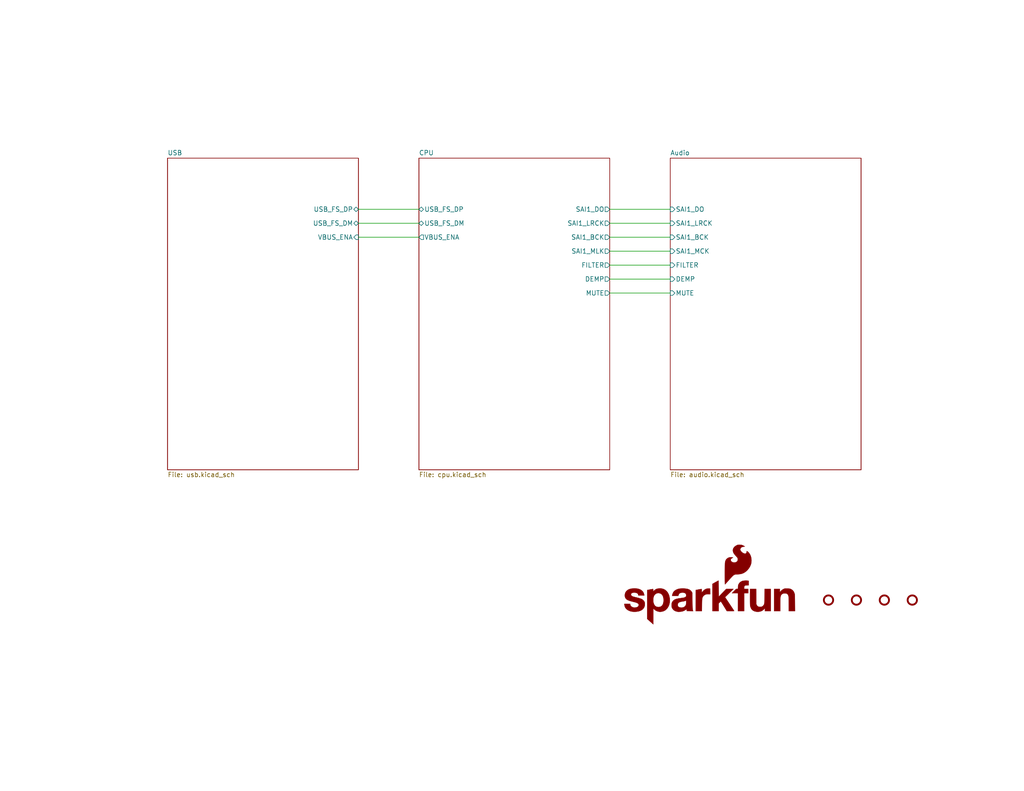
<source format=kicad_sch>
(kicad_sch (version 20230121) (generator eeschema)
  (paper "USLetter")
  (title_block (title "WAV Trigger Pro") (rev "1.0") (company "Robertsonics / SparkFun"))
  (lib_symbols
    (symbol "SparkFun-Aesthetic:SparkFun_Logo" (pin_names (offset 1.016)) (on_board no)
      (symbol "SparkFun_Logo_0_0"
        (polyline (pts (xy 9.9914 -0.5653) (xy 9.9914 1.8864) (xy 10.5553 1.8864) (xy 11.1192 1.8864) (xy 11.1192 2.4503) (xy 11.1192 3.0142) (xy 10.5553 3.0142) (xy 9.9914 3.0142) (xy 9.9914 3.3011) (xy 9.999 3.509) (xy 10.0407 3.731) (xy 10.1295 3.8844) (xy 10.2773 3.9804) (xy 10.4962 4.0299) (xy 10.7981 4.0439) (xy 11.2173 4.0439) (xy 11.2173 4.653) (xy 11.2173 5.262) (xy 10.8896 5.2971) (xy 10.7452 5.3092) (xy 10.388 5.3153) (xy 10.0298 5.2927) (xy 9.7029 5.244) (xy 9.4397 5.1721) (xy 9.3709 5.145) (xy 9.0136 4.9495) (xy 8.7292 4.6889) (xy 8.5163 4.3618) (xy 8.4624 4.2481) (xy 8.4055 4.1021) (xy 8.3698 3.9546) (xy 8.3484 3.7733) (xy 8.3342 3.5261) (xy 8.3114 3.0142) (xy 8.0596 3.0142) (xy 7.8078 3.0142) (xy 7.2455 2.4503) (xy 6.6832 1.8864) (xy 7.5037 1.8864) (xy 8.3242 1.8864) (xy 8.3242 -0.5653) (xy 8.3242 -3.0171) (xy 9.1578 -3.0171) (xy 9.9914 -3.0171) (xy 9.9914 -0.5653)) (stroke (width 0.01)) (fill (type outline)))
        (polyline (pts (xy 3.0285 -1.9736) (xy 3.0285 -0.93) (xy 3.3226 -0.639) (xy 3.3737 -0.5887) (xy 3.5033 -0.4676) (xy 3.5873 -0.4056) (xy 3.6418 -0.393) (xy 3.6831 -0.4199) (xy 3.6918 -0.4308) (xy 3.7489 -0.5154) (xy 3.8477 -0.669) (xy 3.9812 -0.8807) (xy 4.1424 -1.1396) (xy 4.3246 -1.4345) (xy 4.5208 -1.7544) (xy 5.292 -3.0171) (xy 6.295 -3.0171) (xy 6.4198 -3.017) (xy 6.7265 -3.0161) (xy 6.9509 -3.0132) (xy 7.1048 -3.0072) (xy 7.2 -2.997) (xy 7.2483 -2.9817) (xy 7.2616 -2.9601) (xy 7.2515 -2.9313) (xy 7.2311 -2.8984) (xy 7.1599 -2.7882) (xy 7.0441 -2.6113) (xy 6.8895 -2.3764) (xy 6.7017 -2.0922) (xy 6.4867 -1.7675) (xy 6.25 -1.4109) (xy 5.9975 -1.0312) (xy 4.7901 0.7831) (xy 5.932 1.8979) (xy 7.0739 3.0127) (xy 6.0855 3.0134) (xy 5.0972 3.0142) (xy 4.0751 1.955) (xy 3.053 0.8957) (xy 3.0285 3.1064) (xy 3.004 5.3171) (xy 2.1826 4.8682) (xy 1.3613 4.4193) (xy 1.3613 0.7011) (xy 1.3613 -3.0171) (xy 2.1949 -3.0171) (xy 3.0285 -3.0171) (xy 3.0285 -1.9736)) (stroke (width 0.01)) (fill (type outline)))
        (polyline (pts (xy -1.5198 -1.3622) (xy -1.5182 -1.2352) (xy -1.5112 -0.7678) (xy -1.5025 -0.3843) (xy -1.4904 -0.0733) (xy -1.4732 0.1768) (xy -1.4494 0.3772) (xy -1.4172 0.5396) (xy -1.375 0.6752) (xy -1.3211 0.7955) (xy -1.2539 0.9119) (xy -1.1717 1.036) (xy -1.0547 1.1824) (xy -0.8955 1.3165) (xy -0.6745 1.4451) (xy -0.5927 1.4867) (xy -0.4596 1.5485) (xy -0.3431 1.5863) (xy -0.2146 1.6056) (xy -0.0455 1.6119) (xy 0.1931 1.6107) (xy 0.7263 1.6046) (xy 0.7128 2.3707) (xy 0.6993 3.1368) (xy 0.258 3.1358) (xy 0.1788 3.1353) (xy -0.0281 3.1275) (xy -0.1864 3.1044) (xy -0.3338 3.0584) (xy -0.5081 2.9819) (xy -0.7617 2.8436) (xy -1.1205 2.5619) (xy -1.4156 2.2065) (xy -1.5808 1.9613) (xy -1.5808 2.4877) (xy -1.5837 2.7273) (xy -1.594 2.8937) (xy -1.613 2.9844) (xy -1.6421 3.0108) (xy -1.6647 3.0081) (xy -1.7733 2.9909) (xy -1.9508 2.9606) (xy -2.1788 2.9206) (xy -2.4389 2.8738) (xy -3.1744 2.7402) (xy -3.1871 -0.1384) (xy -3.1997 -3.0171) (xy -2.3702 -3.0171) (xy -1.5406 -3.0171) (xy -1.5198 -1.3622)) (stroke (width 0.01)) (fill (type outline)))
        (polyline (pts (xy 13.9921 -3.186) (xy 14.4456 -3.1021) (xy 14.8558 -2.9391) (xy 15.2144 -2.6998) (xy 15.5131 -2.3873) (xy 15.6795 -2.1694) (xy 15.6795 -2.5932) (xy 15.6795 -3.0171) (xy 16.464 -3.0171) (xy 17.2486 -3.0171) (xy 17.2486 -0.0014) (xy 17.2486 3.0142) (xy 16.4175 3.0142) (xy 15.5865 3.0142) (xy 15.5717 1.0405) (xy 15.5686 0.6438) (xy 15.5649 0.2221) (xy 15.5608 -0.1196) (xy 15.5557 -0.3912) (xy 15.549 -0.603) (xy 15.5402 -0.7648) (xy 15.5287 -0.8869) (xy 15.5139 -0.9792) (xy 15.4953 -1.0518) (xy 15.4722 -1.1148) (xy 15.444 -1.1783) (xy 15.4265 -1.2152) (xy 15.2618 -1.4792) (xy 15.064 -1.6799) (xy 14.8494 -1.7997) (xy 14.726 -1.8277) (xy 14.535 -1.8504) (xy 14.331 -1.859) (xy 14.2565 -1.8579) (xy 13.9642 -1.8238) (xy 13.7401 -1.7353) (xy 13.5681 -1.5834) (xy 13.432 -1.359) (xy 13.3013 -1.0802) (xy 13.287 0.967) (xy 13.2727 3.0142) (xy 12.4411 3.0142) (xy 11.6096 3.0142) (xy 11.6096 0.8155) (xy 11.6097 0.4433) (xy 11.6104 -0.0222) (xy 11.6121 -0.4066) (xy 11.6153 -0.7199) (xy 11.6202 -0.9724) (xy 11.6272 -1.1739) (xy 11.6369 -1.3347) (xy 11.6495 -1.4647) (xy 11.6654 -1.574) (xy 11.685 -1.6727) (xy 11.7087 -1.7709) (xy 11.774 -1.9887) (xy 11.9475 -2.3651) (xy 12.1824 -2.6672) (xy 12.4826 -2.8987) (xy 12.8524 -3.0632) (xy 13.2957 -3.1642) (xy 13.5037 -3.1878) (xy 13.9921 -3.186)) (stroke (width 0.01)) (fill (type outline)))
        (polyline (pts (xy 19.8483 -1.2396) (xy 19.8497 -0.7013) (xy 19.8543 -0.2443) (xy 19.8631 0.1343) (xy 19.8771 0.4443) (xy 19.8974 0.6956) (xy 19.9249 0.8981) (xy 19.9609 1.0616) (xy 20.0061 1.1959) (xy 20.0619 1.3111) (xy 20.1291 1.4168) (xy 20.2698 1.5808) (xy 20.4853 1.7277) (xy 20.7548 1.8108) (xy 21.0932 1.8366) (xy 21.1724 1.8354) (xy 21.4656 1.8048) (xy 21.6886 1.7269) (xy 21.8578 1.5933) (xy 21.9898 1.3961) (xy 22.0074 1.3602) (xy 22.0553 1.2415) (xy 22.0947 1.1012) (xy 22.1265 0.9297) (xy 22.1515 0.7175) (xy 22.1704 0.455) (xy 22.1839 0.1327) (xy 22.1927 -0.2589) (xy 22.1977 -0.7295) (xy 22.1996 -1.2886) (xy 22.2011 -3.0171) (xy 23.0386 -3.0171) (xy 23.8761 -3.0171) (xy 23.8549 -0.7983) (xy 23.8517 -0.4811) (xy 23.846 0.0106) (xy 23.8398 0.4192) (xy 23.8327 0.7539) (xy 23.8243 1.0245) (xy 23.8144 1.2403) (xy 23.8023 1.4109) (xy 23.7879 1.5457) (xy 23.7706 1.6543) (xy 23.7501 1.7461) (xy 23.7159 1.8664) (xy 23.5455 2.2638) (xy 23.3056 2.5945) (xy 22.9993 2.8549) (xy 22.6296 3.0415) (xy 22.5374 3.0722) (xy 22.3978 3.104) (xy 22.2281 3.1238) (xy 22.0058 3.1339) (xy 21.7082 3.1368) (xy 21.0437 3.1368) (xy 20.6693 2.9517) (xy 20.4981 2.8602) (xy 20.2503 2.6876) (xy 20.0221 2.4653) (xy 19.7493 2.1639) (xy 19.7493 2.589) (xy 19.7493 3.0142) (xy 18.9648 3.0142) (xy 18.1802 3.0142) (xy 18.1802 -0.0014) (xy 18.1802 -3.0171) (xy 19.0138 -3.0171) (xy 19.8474 -3.0171) (xy 19.8483 -1.2396)) (stroke (width 0.01)) (fill (type outline)))
        (polyline (pts (xy -14.7829 -4.45) (xy -14.7701 -2.2868) (xy -14.5421 -2.5306) (xy -14.2686 -2.7662) (xy -13.9128 -2.9703) (xy -13.5177 -3.1151) (xy -13.1088 -3.1913) (xy -12.7117 -3.1896) (xy -12.272 -3.1138) (xy -11.8863 -2.9853) (xy -11.5457 -2.7957) (xy -11.2282 -2.5354) (xy -10.9498 -2.225) (xy -10.6723 -1.7879) (xy -10.4661 -1.2958) (xy -10.3343 -0.7586) (xy -10.2799 -0.1862) (xy -10.3059 0.4117) (xy -10.3156 0.493) (xy -10.4273 1.0719) (xy -10.605 1.5894) (xy -10.8457 2.0415) (xy -11.1462 2.4241) (xy -11.5035 2.733) (xy -11.9143 2.9642) (xy -12.3756 3.1135) (xy -12.5683 3.1416) (xy -12.8467 3.1563) (xy -13.1616 3.152) (xy -13.1827 3.151) (xy -13.44 3.1342) (xy -13.6333 3.1073) (xy -13.7946 3.0643) (xy -13.9556 2.999) (xy -14.1871 2.8794) (xy -14.4594 2.6829) (xy -14.6853 2.4373) (xy -14.8202 2.2612) (xy -14.8202 2.6377) (xy -14.8203 2.6806) (xy -14.8278 2.8727) (xy -14.8476 2.9796) (xy -14.8815 3.0118) (xy -14.9041 3.0092) (xy -15.0128 2.9922) (xy -15.1903 2.9619) (xy -15.4182 2.9216) (xy -15.6783 2.8744) (xy -16.4138 2.7393) (xy -16.4227 -0.0792) (xy -14.8105 -0.0792) (xy -14.799 0.2714) (xy -14.7619 0.6055) (xy -14.7012 0.8834) (xy -14.5782 1.1846) (xy -14.3747 1.4798) (xy -14.1177 1.7043) (xy -13.8177 1.8514) (xy -13.4851 1.9145) (xy -13.1303 1.8868) (xy -13.0408 1.8654) (xy -12.7147 1.7291) (xy -12.4456 1.5148) (xy -12.2349 1.2248) (xy -12.084 0.8616) (xy -11.9944 0.4275) (xy -11.9674 -0.075) (xy -11.9935 -0.4965) (xy -12.0806 -0.9254) (xy -12.2284 -1.2792) (xy -12.4363 -1.557) (xy -12.7039 -1.7577) (xy -12.9288 -1.8546) (xy -13.2736 -1.9221) (xy -13.6237 -1.9064) (xy -13.9575 -1.8093) (xy -14.2535 -1.6324) (xy -14.3081 -1.5827) (xy -14.4565 -1.3893) (xy -14.5924 -1.1341) (xy -14.7032 -0.8434) (xy -14.7761 -0.5438) (xy -14.7943 -0.4069) (xy -14.8105 -0.0792) (xy -16.4227 -0.0792) (xy -16.4263 -1.2075) (xy -16.4389 -5.1544) (xy -15.6173 -5.8838) (xy -14.7956 -6.6131) (xy -14.7829 -4.45)) (stroke (width 0.01)) (fill (type outline)))
        (polyline (pts (xy -19.6402 -3.1843) (xy -19.3172 -3.1597) (xy -18.7711 -3.0643) (xy -18.2964 -2.9048) (xy -17.8946 -2.6818) (xy -17.567 -2.3958) (xy -17.3675 -2.142) (xy -17.2189 -1.8506) (xy -17.1343 -1.521) (xy -17.105 -1.1292) (xy -17.1052 -1.0366) (xy -17.1317 -0.7233) (xy -17.2071 -0.468) (xy -17.3423 -0.2443) (xy -17.5477 -0.0256) (xy -17.618 0.0365) (xy -17.7503 0.1378) (xy -17.8999 0.229) (xy -18.0779 0.3144) (xy -18.2957 0.3981) (xy -18.5646 0.4843) (xy -18.8958 0.5771) (xy -19.3006 0.6807) (xy -19.7904 0.7991) (xy -19.9273 0.8327) (xy -20.2521 0.9247) (xy -20.4949 1.0176) (xy -20.6676 1.1178) (xy -20.7818 1.2315) (xy -20.8493 1.365) (xy -20.862 1.4064) (xy -20.8787 1.5507) (xy -20.8354 1.7021) (xy -20.8083 1.7581) (xy -20.6962 1.8905) (xy -20.5265 1.979) (xy -20.2871 2.0282) (xy -19.9662 2.0428) (xy -19.6625 2.0255) (xy -19.3529 1.9561) (xy -19.12 1.8317) (xy -18.9596 1.6499) (xy -18.8677 1.4083) (xy -18.8332 1.2489) (xy -18.0459 1.2489) (xy -17.2586 1.2489) (xy -17.2896 1.4754) (xy -17.3763 1.8273) (xy -17.5546 2.183) (xy -17.8121 2.4941) (xy -18.1416 2.7539) (xy -18.536 2.9554) (xy -18.9881 3.0919) (xy -19.0353 3.1011) (xy -19.2998 3.1342) (xy -19.6236 3.1533) (xy -19.9756 3.1584) (xy -20.325 3.1494) (xy -20.6407 3.1265) (xy -20.8917 3.0896) (xy -21.1038 3.0379) (xy -21.5427 2.874) (xy -21.9053 2.6496) (xy -22.1908 2.365) (xy -22.3989 2.0205) (xy -22.4454 1.9041) (xy -22.525 1.5815) (xy -22.5494 1.2442) (xy -22.5178 0.9237) (xy -22.4296 0.6514) (xy -22.3384 0.4882) (xy -22.2183 0.3298) (xy -22.0684 0.1896) (xy -21.8792 0.0629) (xy -21.641 -0.0549) (xy -21.3442 -0.1685) (xy -20.9794 -0.2827) (xy -20.5367 -0.4021) (xy -20.0067 -0.5314) (xy -19.981 -0.5375) (xy -19.5634 -0.651) (xy -19.2384 -0.7717) (xy -19.001 -0.9033) (xy -18.8462 -1.0491) (xy -18.7688 -1.2128) (xy -18.7638 -1.3978) (xy -18.825 -1.5953) (xy -18.974 -1.7921) (xy -19.1985 -1.938) (xy -19.4915 -2.0288) (xy -19.8462 -2.0603) (xy -20.0416 -2.0565) (xy -20.2111 -2.0368) (xy -20.3609 -1.9922) (xy -20.5327 -1.9137) (xy -20.5817 -1.8883) (xy -20.8322 -1.7125) (xy -20.9959 -1.5001) (xy -21.0791 -1.2434) (xy -21.1091 -1.0557) (xy -21.8942 -1.0557) (xy -22.6793 -1.0557) (xy -22.6529 -1.347) (xy -22.5797 -1.7138) (xy -22.4167 -2.0751) (xy -22.1719 -2.3943) (xy -21.8507 -2.6671) (xy -21.4587 -2.8888) (xy -21.0012 -3.0548) (xy -20.4837 -3.1606) (xy -20.4058 -3.1694) (xy -20.1707 -3.1842) (xy -19.9008 -3.1896) (xy -19.6402 -3.1843)) (stroke (width 0.01)) (fill (type outline)))
        (polyline (pts (xy -7.6032 -3.1846) (xy -7.3276 -3.1615) (xy -7.0683 -3.1278) (xy -6.8588 -3.086) (xy -6.8292 -3.0782) (xy -6.3542 -2.899) (xy -5.9204 -2.6324) (xy -5.7242 -2.4845) (xy -5.6752 -2.7385) (xy -5.6261 -2.9926) (xy -4.7766 -3.006) (xy -3.9271 -3.0194) (xy -3.9629 -2.9079) (xy -3.9642 -2.9036) (xy -4.0031 -2.7753) (xy -4.0462 -2.6248) (xy -4.0538 -2.573) (xy -4.0648 -2.4246) (xy -4.0761 -2.1969) (xy -4.0874 -1.9006) (xy -4.0982 -1.5466) (xy -4.1082 -1.1457) (xy -4.1171 -0.7088) (xy -4.1245 -0.2466) (xy -4.1551 1.96) (xy -4.2997 2.221) (xy -4.3959 2.3729) (xy -4.6352 2.632) (xy -4.9426 2.8374) (xy -5.3218 2.9907) (xy -5.7764 3.0929) (xy -6.3098 3.1454) (xy -6.9256 3.1494) (xy -7.0734 3.1445) (xy -7.3522 3.1317) (xy -7.5683 3.1136) (xy -7.7461 3.0872) (xy -7.9104 3.0491) (xy -8.0856 2.9961) (xy -8.1289 2.9815) (xy -8.4559 2.846) (xy -8.7606 2.6772) (xy -9.018 2.4908) (xy -9.2032 2.3021) (xy -9.2616 2.2196) (xy -9.4127 1.9499) (xy -9.5321 1.656) (xy -9.6 1.3838) (xy -9.6336 1.1509) (xy -8.8003 1.1509) (xy -7.9669 1.1509) (xy -7.9124 1.3674) (xy -7.828 1.5933) (xy -7.6734 1.795) (xy -7.4525 1.9346) (xy -7.1597 2.0154) (xy -6.7894 2.0408) (xy -6.7511 2.0405) (xy -6.4153 2.0105) (xy -6.1593 1.9293) (xy -5.977 1.7925) (xy -5.8622 1.5957) (xy -5.809 1.3345) (xy -5.8043 1.2707) (xy -5.8062 1.1276) (xy -5.8408 1.0236) (xy -5.9194 0.9158) (xy -5.9754 0.8572) (xy -6.0737 0.7854) (xy -6.2048 0.7246) (xy -6.3819 0.6709) (xy -6.6177 0.6208) (xy -6.9254 0.5704) (xy -7.3178 0.5162) (xy -7.3686 0.5095) (xy -7.8463 0.4393) (xy -8.2399 0.3652) (xy -8.5624 0.2824) (xy -8.8264 0.1865) (xy -9.0448 0.0728) (xy -9.2304 -0.0632) (xy -9.396 -0.226) (xy -9.4095 -0.2411) (xy -9.5903 -0.4853) (xy -9.709 -0.7478) (xy -9.7734 -1.0525) (xy -9.7822 -1.2331) (xy -8.131 -1.2331) (xy -8.0731 -0.9921) (xy -7.9457 -0.7826) (xy -7.9028 -0.7387) (xy -7.7303 -0.62) (xy -7.4874 -0.521) (xy -7.1649 -0.4385) (xy -6.7539 -0.3694) (xy -6.6921 -0.3603) (xy -6.4549 -0.3174) (xy -6.233 -0.2663) (xy -6.0675 -0.2162) (xy -5.9709 -0.1805) (xy -5.8562 -0.1399) (xy -5.8039 -0.1241) (xy -5.7987 -0.1613) (xy -5.7973 -0.2784) (xy -5.8003 -0.4564) (xy -5.8076 -0.6757) (xy -5.8086 -0.7017) (xy -5.8242 -0.9677) (xy -5.8473 -1.1611) (xy -5.8819 -1.3052) (xy -5.9318 -1.4234) (xy -6.0091 -1.553) (xy -6.2295 -1.7973) (xy -6.5031 -1.9636) (xy -6.6487 -2.0127) (xy -6.9284 -2.0605) (xy -7.2235 -2.0647) (xy -7.5071 -2.0275) (xy -7.7525 -1.9513) (xy -7.9327 -1.8384) (xy -8.0397 -1.7009) (xy -8.1198 -1.4784) (xy -8.131 -1.2331) (xy -9.7822 -1.2331) (xy -9.7915 -1.4234) (xy -9.7864 -1.6358) (xy -9.7676 -1.8215) (xy -9.729 -1.9764) (xy -9.6639 -2.1367) (xy -9.5263 -2.3871) (xy -9.2792 -2.6826) (xy -8.967 -2.9114) (xy -8.5845 -3.0768) (xy -8.1269 -3.1821) (xy -8.0697 -3.1887) (xy -7.8617 -3.1945) (xy -7.6032 -3.1846)) (stroke (width 0.01)) (fill (type outline)))
        (polyline (pts (xy 4.7918 4.2981) (xy 4.8444 4.3454) (xy 4.9455 4.4513) (xy 5.0814 4.6009) (xy 5.2382 4.7794) (xy 5.2813 4.8292) (xy 5.5582 5.1455) (xy 5.8372 5.4593) (xy 6.1089 5.7602) (xy 6.3639 6.0382) (xy 6.5927 6.2828) (xy 6.7858 6.484) (xy 6.9337 6.6313) (xy 7.0271 6.7147) (xy 7.1826 6.8248) (xy 7.3748 6.9278) (xy 7.5803 6.9916) (xy 7.8269 7.0243) (xy 8.1424 7.034) (xy 8.2934 7.0362) (xy 8.8867 7.0885) (xy 9.4216 7.2133) (xy 9.9085 7.4146) (xy 10.3578 7.6964) (xy 10.7799 8.0628) (xy 10.8479 8.1317) (xy 11.2608 8.6166) (xy 11.5827 9.1273) (xy 11.8183 9.671) (xy 11.8707 9.8389) (xy 11.9714 10.3468) (xy 11.9976 10.872) (xy 11.9519 11.3957) (xy 11.8367 11.8994) (xy 11.6545 12.3644) (xy 11.4078 12.7721) (xy 11.4061 12.7743) (xy 11.2693 12.9384) (xy 11.1136 13.0967) (xy 10.9591 13.2315) (xy 10.826 13.3253) (xy 10.7344 13.3605) (xy 10.7214 13.3561) (xy 10.6896 13.285) (xy 10.6779 13.1426) (xy 10.6624 12.9877) (xy 10.5825 12.8045) (xy 10.4404 12.6916) (xy 10.2426 12.6562) (xy 10.2289 12.6567) (xy 9.9845 12.7081) (xy 9.7233 12.8285) (xy 9.468 13.0002) (xy 9.2412 13.2058) (xy 9.0655 13.4277) (xy 8.9634 13.6484) (xy 8.9353 13.791) (xy 8.9467 13.9149) (xy 9.0044 14.0685) (xy 9.0928 14.2252) (xy 9.2766 14.4052) (xy 9.5268 14.5206) (xy 9.8503 14.5754) (xy 10.1994 14.6004) (xy 9.9404 14.7637) (xy 9.7214 14.8901) (xy 9.4231 15.0142) (xy 9.1088 15.0809) (xy 8.741 15.101) (xy 8.6529 15.1007) (xy 8.45 15.0933) (xy 8.2952 15.0706) (xy 8.1512 15.0251) (xy 7.981 14.9494) (xy 7.7095 14.8008) (xy 7.3844 14.5515) (xy 7.1447 14.2683) (xy 6.9929 13.9568) (xy 6.9316 13.6227) (xy 6.9631 13.2719) (xy 7.0901 12.9099) (xy 7.2107 12.6979) (xy 7.4103 12.428) (xy 7.6837 12.1187) (xy 7.6936 12.1082) (xy 7.8666 11.9183) (xy 8.0201 11.7396) (xy 8.1377 11.5917) (xy 8.2032 11.4943) (xy 8.2349 11.4228) (xy 8.2851 11.1797) (xy 8.2672 10.9259) (xy 8.1864 10.6923) (xy 8.0473 10.5101) (xy 7.9616 10.4423) (xy 7.6879 10.3009) (xy 7.3884 10.2367) (xy 7.0847 10.2498) (xy 6.7982 10.3401) (xy 6.5504 10.5078) (xy 6.4899 10.5691) (xy 6.3589 10.77) (xy 6.3233 10.9714) (xy 6.3817 11.1663) (xy 6.5323 11.3474) (xy 6.7736 11.5076) (xy 6.9758 11.6118) (xy 6.8042 11.6573) (xy 6.78 11.6632) (xy 6.523 11.692) (xy 6.2258 11.6783) (xy 5.9298 11.6264) (xy 5.6761 11.5406) (xy 5.5471 11.4743) (xy 5.2575 11.259) (xy 5.0377 10.981) (xy 4.8846 10.6352) (xy 4.7948 10.2168) (xy 4.7892 10.1539) (xy 4.7806 9.9807) (xy 4.7727 9.7262) (xy 4.7655 9.4006) (xy 4.7592 9.0144) (xy 4.754 8.5777) (xy 4.75 8.1008) (xy 4.7473 7.5941) (xy 4.7462 7.0677) (xy 4.7462 6.9275) (xy 4.747 6.3537) (xy 4.7493 5.8387) (xy 4.7531 5.3881) (xy 4.7582 5.0075) (xy 4.7645 4.7025) (xy 4.7719 4.4787) (xy 4.7805 4.3418) (xy 4.79 4.2973) (xy 4.7918 4.2981)) (stroke (width 0.01)) (fill (type outline)))
      )
    )
    (symbol "SparkFun-Hardware:Standoff"
      (symbol "Standoff_1_1"
        (circle (center 0 0) (radius 1.27) (stroke (width 0.508)))
      )
    )
  )
  (wire (pts (xy 166.37 72.39) (xy 182.88 72.39)))
  (wire (pts (xy 97.79 60.96) (xy 114.3 60.96)))
  (wire (pts (xy 166.37 60.96) (xy 182.88 60.96)))
  (wire (pts (xy 97.79 64.77) (xy 114.3 64.77)))
  (wire (pts (xy 166.37 57.15) (xy 182.88 57.15)))
  (wire (pts (xy 97.79 57.15) (xy 114.3 57.15)))
  (wire (pts (xy 166.37 64.77) (xy 182.88 64.77)))
  (wire (pts (xy 166.37 76.2) (xy 182.88 76.2)))
  (wire (pts (xy 166.37 80.01) (xy 182.88 80.01)))
  (wire (pts (xy 166.37 68.58) (xy 182.88 68.58)))
  (symbol (lib_id "SparkFun-Aesthetic:SparkFun_Logo") (at 193.04 163.83 0) (unit 1) (on_board no)
    (property "Reference" "G1" (effects hide))
    (property "Value" "SparkFun_Logo" (effects hide))
  )
  (symbol (lib_id "SparkFun-Hardware:Standoff") (at 241.3 163.83 0) (unit 1)
    (property "Reference" "ST3" (effects hide))
    (property "Value" "Standoff" (effects hide))
    (property "Footprint" "SparkFun-Hardware:Standoff" (effects hide))
  )
  (symbol (lib_id "SparkFun-Hardware:Standoff") (at 226.06 163.83 0) (unit 1)
    (property "Reference" "ST1" (effects hide))
    (property "Value" "Standoff" (effects hide))
    (property "Footprint" "SparkFun-Hardware:Standoff" (effects hide))
  )
  (symbol (lib_id "SparkFun-Hardware:Standoff") (at 248.92 163.83 0) (unit 1)
    (property "Reference" "ST4" (effects hide))
    (property "Value" "Standoff" (effects hide))
    (property "Footprint" "SparkFun-Hardware:Standoff" (effects hide))
  )
  (symbol (lib_id "SparkFun-Hardware:Standoff") (at 233.68 163.83 0) (unit 1)
    (property "Reference" "ST2" (effects hide))
    (property "Value" "Standoff" (effects hide))
    (property "Footprint" "SparkFun-Hardware:Standoff" (effects hide))
  )
  (sheet (at 114.3 43.18) (size 52.07 85.09) (stroke (width 0.1524))
    (property "Sheetname" "CPU" (at 114.3 42.4684 0) (effects (justify left bottom)))
    (property "Sheetfile" "cpu.kicad_sch" (at 114.3 128.8546 0) (effects (justify left top)))
    (pin "SAI1_DO" output (at 166.37 57.15 0))
    (pin "SAI1_LRCK" output (at 166.37 60.96 0))
    (pin "SAI1_BCK" output (at 166.37 64.77 0))
    (pin "SAI1_MLK" output (at 166.37 68.58 0))
    (pin "USB_FS_DM" bidirectional (at 114.3 60.96 180))
    (pin "VBUS_ENA" output (at 114.3 64.77 180))
    (pin "USB_FS_DP" bidirectional (at 114.3 57.15 180))
    (pin "FILTER" output (at 166.37 72.39 0))
    (pin "DEMP" output (at 166.37 76.2 0))
    (pin "MUTE" output (at 166.37 80.01 0))
  )
  (sheet (at 45.72 43.18) (size 52.07 85.09) (stroke (width 0.1524))
    (property "Sheetname" "USB" (at 45.72 42.4684 0) (effects (justify left bottom)))
    (property "Sheetfile" "usb.kicad_sch" (at 45.72 128.8546 0) (effects (justify left top)))
    (pin "USB_FS_DP" bidirectional (at 97.79 57.15 0))
    (pin "USB_FS_DM" bidirectional (at 97.79 60.96 0))
    (pin "VBUS_ENA" input (at 97.79 64.77 0))
  )
  (sheet (at 182.88 43.18) (size 52.07 85.09) (stroke (width 0.1524))
    (property "Sheetname" "Audio" (at 182.88 42.4684 0) (effects (justify left bottom)))
    (property "Sheetfile" "audio.kicad_sch" (at 182.88 128.8546 0) (effects (justify left top)))
    (pin "SAI1_LRCK" input (at 182.88 60.96 180))
    (pin "SAI1_DO" input (at 182.88 57.15 180))
    (pin "SAI1_BCK" input (at 182.88 64.77 180))
    (pin "SAI1_MCK" input (at 182.88 68.58 180))
    (pin "MUTE" input (at 182.88 80.01 180))
    (pin "FILTER" input (at 182.88 72.39 180))
    (pin "DEMP" input (at 182.88 76.2 180))
  )
)
</source>
